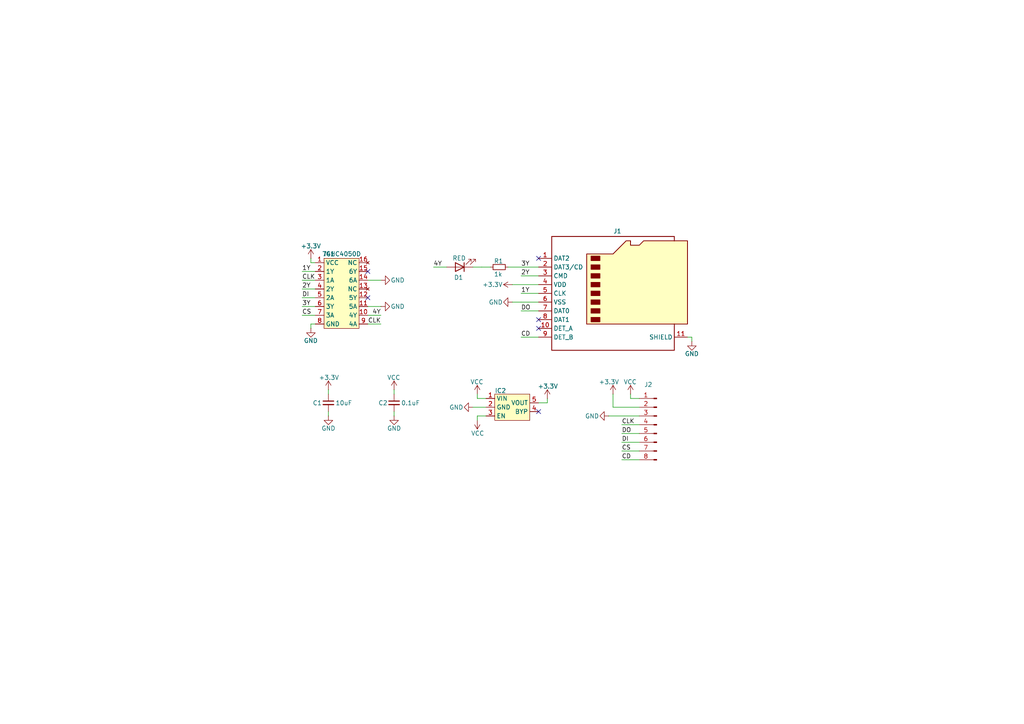
<source format=kicad_sch>
(kicad_sch (version 20231120) (generator "eeschema") (generator_version "8.0")
  (paper "A4")
  (title_block (title "microSD") (date "2024-03-06"))
  (lib_symbols
    (symbol "Connector:Conn_01x08_Pin" (pin_names (offset 1.016) hide)
      (property "Reference" "J" (at 0 10.16 0))
      (property "Value" "Conn_01x08_Pin" (at 0 -12.7 0))
      (symbol "Conn_01x08_Pin_1_1"
        (polyline (pts (xy 1.27 -10.16) (xy 0.8636 -10.16)) (stroke (width 0.1524)))
        (polyline (pts (xy 1.27 -7.62) (xy 0.8636 -7.62)) (stroke (width 0.1524)))
        (polyline (pts (xy 1.27 -5.08) (xy 0.8636 -5.08)) (stroke (width 0.1524)))
        (polyline (pts (xy 1.27 -2.54) (xy 0.8636 -2.54)) (stroke (width 0.1524)))
        (polyline (pts (xy 1.27 0) (xy 0.8636 0)) (stroke (width 0.1524)))
        (polyline (pts (xy 1.27 2.54) (xy 0.8636 2.54)) (stroke (width 0.1524)))
        (polyline (pts (xy 1.27 5.08) (xy 0.8636 5.08)) (stroke (width 0.1524)))
        (polyline (pts (xy 1.27 7.62) (xy 0.8636 7.62)) (stroke (width 0.1524)))
        (rectangle (start 0.8636 -10.033) (end 0 -10.287) (stroke (width 0.1524)) (fill (type outline)))
        (rectangle (start 0.8636 -7.493) (end 0 -7.747) (stroke (width 0.1524)) (fill (type outline)))
        (rectangle (start 0.8636 -4.953) (end 0 -5.207) (stroke (width 0.1524)) (fill (type outline)))
        (rectangle (start 0.8636 -2.413) (end 0 -2.667) (stroke (width 0.1524)) (fill (type outline)))
        (rectangle (start 0.8636 0.127) (end 0 -0.127) (stroke (width 0.1524)) (fill (type outline)))
        (rectangle (start 0.8636 2.667) (end 0 2.413) (stroke (width 0.1524)) (fill (type outline)))
        (rectangle (start 0.8636 5.207) (end 0 4.953) (stroke (width 0.1524)) (fill (type outline)))
        (rectangle (start 0.8636 7.747) (end 0 7.493) (stroke (width 0.1524)) (fill (type outline)))
        (pin passive line (at 5.08 7.62 180) (length 3.81) (name "Pin_1") (number "1"))
        (pin passive line (at 5.08 5.08 180) (length 3.81) (name "Pin_2") (number "2"))
        (pin passive line (at 5.08 2.54 180) (length 3.81) (name "Pin_3") (number "3"))
        (pin passive line (at 5.08 0 180) (length 3.81) (name "Pin_4") (number "4"))
        (pin passive line (at 5.08 -2.54 180) (length 3.81) (name "Pin_5") (number "5"))
        (pin passive line (at 5.08 -5.08 180) (length 3.81) (name "Pin_6") (number "6"))
        (pin passive line (at 5.08 -7.62 180) (length 3.81) (name "Pin_7") (number "7"))
        (pin passive line (at 5.08 -10.16 180) (length 3.81) (name "Pin_8") (number "8"))
      )
    )
    (symbol "Connector:Micro_SD_Card_Det2"
      (property "Reference" "J" (at -16.51 17.78 0))
      (property "Value" "Micro_SD_Card_Det2" (at 16.51 17.78 0))
      (symbol "Micro_SD_Card_Det2_0_1"
        (rectangle (start -7.62 -6.985) (end -5.08 -8.255) (stroke (width 0.254)) (fill (type outline)))
        (rectangle (start -7.62 -4.445) (end -5.08 -5.715) (stroke (width 0.254)) (fill (type outline)))
        (rectangle (start -7.62 -1.905) (end -5.08 -3.175) (stroke (width 0.254)) (fill (type outline)))
        (rectangle (start -7.62 0.635) (end -5.08 -0.635) (stroke (width 0.254)) (fill (type outline)))
        (rectangle (start -7.62 3.175) (end -5.08 1.905) (stroke (width 0.254)) (fill (type outline)))
        (rectangle (start -7.62 5.715) (end -5.08 4.445) (stroke (width 0.254)) (fill (type outline)))
        (rectangle (start -7.62 8.255) (end -5.08 6.985) (stroke (width 0.254)) (fill (type outline)))
        (rectangle (start -7.62 10.795) (end -5.08 9.525) (stroke (width 0.254)) (fill (type outline)))
        (polyline (pts (xy 16.51 15.24) (xy 16.51 16.51) (xy -19.05 16.51) (xy -19.05 -16.51) (xy 16.51 -16.51) (xy 16.51 -8.89)) (stroke (width 0.254)))
        (polyline (pts (xy -8.89 -8.89) (xy -8.89 11.43) (xy -1.27 11.43) (xy 2.54 15.24) (xy 3.81 15.24) (xy 3.81 13.97) (xy 6.35 13.97) (xy 7.62 15.24) (xy 20.32 15.24) (xy 20.32 -8.89) (xy -8.89 -8.89)) (stroke (width 0.254)) (fill (type background)))
      )
      (symbol "Micro_SD_Card_Det2_1_1"
        (pin bidirectional line (at -22.86 10.16 0) (length 3.81) (name "DAT2") (number "1"))
        (pin passive line (at -22.86 -10.16 0) (length 3.81) (name "DET_A") (number "10"))
        (pin passive line (at 20.32 -12.7 180) (length 3.81) (name "SHIELD") (number "11"))
        (pin bidirectional line (at -22.86 7.62 0) (length 3.81) (name "DAT3/CD") (number "2"))
        (pin input line (at -22.86 5.08 0) (length 3.81) (name "CMD") (number "3"))
        (pin power_in line (at -22.86 2.54 0) (length 3.81) (name "VDD") (number "4"))
        (pin input line (at -22.86 0 0) (length 3.81) (name "CLK") (number "5"))
        (pin power_in line (at -22.86 -2.54 0) (length 3.81) (name "VSS") (number "6"))
        (pin bidirectional line (at -22.86 -5.08 0) (length 3.81) (name "DAT0") (number "7"))
        (pin bidirectional line (at -22.86 -7.62 0) (length 3.81) (name "DAT1") (number "8"))
        (pin passive line (at -22.86 -12.7 0) (length 3.81) (name "DET_B") (number "9"))
      )
    )
    (symbol "Device:C_Small" (pin_numbers hide) (pin_names (offset 0.254) hide)
      (property "Reference" "C" (at 0.254 1.778 0))
      (property "Value" "C_Small" (at 0.254 -2.032 0))
      (symbol "C_Small_0_1"
        (polyline (pts (xy -1.524 -0.508) (xy 1.524 -0.508)) (stroke (width 0.3302)))
        (polyline (pts (xy -1.524 0.508) (xy 1.524 0.508)) (stroke (width 0.3048)))
      )
      (symbol "C_Small_1_1"
        (pin passive line (at 0 2.54 270) (length 2.032) (name "~") (number "1"))
        (pin passive line (at 0 -2.54 90) (length 2.032) (name "~") (number "2"))
      )
    )
    (symbol "Device:LED" (pin_numbers hide) (pin_names (offset 1.016) hide)
      (property "Reference" "D" (at 0 2.54 0))
      (property "Value" "LED" (at 0 -2.54 0))
      (symbol "LED_0_1"
        (polyline (pts (xy -1.27 -1.27) (xy -1.27 1.27)) (stroke (width 0.254)))
        (polyline (pts (xy -1.27 0) (xy 1.27 0)))
        (polyline (pts (xy 1.27 -1.27) (xy 1.27 1.27) (xy -1.27 0) (xy 1.27 -1.27)) (stroke (width 0.254)))
        (polyline (pts (xy -3.048 -0.762) (xy -4.572 -2.286) (xy -3.81 -2.286) (xy -4.572 -2.286) (xy -4.572 -1.524)))
        (polyline (pts (xy -1.778 -0.762) (xy -3.302 -2.286) (xy -2.54 -2.286) (xy -3.302 -2.286) (xy -3.302 -1.524)))
      )
      (symbol "LED_1_1"
        (pin passive line (at -3.81 0 0) (length 2.54) (name "K") (number "1"))
        (pin passive line (at 3.81 0 180) (length 2.54) (name "A") (number "2"))
      )
    )
    (symbol "Device:R_Small" (pin_numbers hide) (pin_names (offset 0.254) hide)
      (property "Reference" "R" (at 0.762 0.508 0))
      (property "Value" "R_Small" (at 0.762 -1.016 0))
      (symbol "R_Small_0_1"
        (rectangle (start -0.762 1.778) (end 0.762 -1.778) (stroke (width 0.2032)))
      )
      (symbol "R_Small_1_1"
        (pin passive line (at 0 2.54 270) (length 0.762) (name "~") (number "1"))
        (pin passive line (at 0 -2.54 90) (length 0.762) (name "~") (number "2"))
      )
    )
    (symbol "external_library:74HC4050D"
      (property "Reference" "IC" (at -17.272 35.052 0))
      (symbol "74HC4050D_1_1"
        (rectangle (start 0 20.32) (end 10.16 0) (fill (type background)))
        (pin power_in line (at -2.54 19.05 0) (length 2.54) (name "VCC") (number "1"))
        (pin output line (at 12.7 3.81 180) (length 2.54) (name "4Y") (number "10"))
        (pin input line (at 12.7 6.35 180) (length 2.54) (name "5A") (number "11"))
        (pin output line (at 12.7 8.89 180) (length 2.54) (name "5Y") (number "12"))
        (pin no_connect line (at 12.7 11.43 180) (length 2.54) (name "NC") (number "13"))
        (pin input line (at 12.7 13.97 180) (length 2.54) (name "6A") (number "14"))
        (pin output line (at 12.7 16.51 180) (length 2.54) (name "6Y") (number "15"))
        (pin no_connect line (at 12.7 19.05 180) (length 2.54) (name "NC") (number "16"))
        (pin output line (at -2.54 16.51 0) (length 2.54) (name "1Y") (number "2"))
        (pin input line (at -2.54 13.97 0) (length 2.54) (name "1A") (number "3"))
        (pin output line (at -2.54 11.43 0) (length 2.54) (name "2Y") (number "4"))
        (pin input line (at -2.54 8.89 0) (length 2.54) (name "2A") (number "5"))
        (pin output line (at -2.54 6.35 0) (length 2.54) (name "3Y") (number "6"))
        (pin input line (at -2.54 3.81 0) (length 2.54) (name "3A") (number "7"))
        (pin passive line (at -2.54 1.27 0) (length 2.54) (name "GND") (number "8"))
        (pin input line (at 12.7 1.27 180) (length 2.54) (name "4A") (number "9"))
      )
    )
    (symbol "external_library:LP2985A"
      (property "Reference" "IC" (at 1.016 8.89 0))
      (symbol "LP2985A_1_0"
        (pin passive line (at -2.54 6.35 0) (length 2.54) (name "VIN") (number "1"))
        (pin passive line (at -2.54 3.81 0) (length 2.54) (name "GND") (number "2"))
        (pin passive line (at -2.54 1.27 0) (length 2.54) (name "EN") (number "3"))
        (pin passive line (at 12.7 2.54 180) (length 2.54) (name "BYP") (number "4"))
        (pin passive line (at 12.7 5.08 180) (length 2.54) (name "VOUT") (number "5"))
      )
      (symbol "LP2985A_1_1"
        (rectangle (start 0 7.62) (end 10.16 0) (fill (type background)))
      )
    )
    (symbol "power:+3.3V" (power) (pin_numbers hide) (pin_names (offset 0) hide)
      (property "Value" "+3.3V" (at 0 3.556 0))
      (symbol "+3.3V_0_1"
        (polyline (pts (xy -0.762 1.27) (xy 0 2.54)))
        (polyline (pts (xy 0 0) (xy 0 2.54)))
        (polyline (pts (xy 0 2.54) (xy 0.762 1.27)))
      )
      (symbol "+3.3V_1_1"
        (pin power_in line (at 0 0 90) (length 0) (name "~") (number "1"))
      )
    )
    (symbol "power:GND" (power) (pin_numbers hide) (pin_names (offset 0) hide)
      (property "Value" "GND" (at 0 -3.81 0))
      (symbol "GND_0_1"
        (polyline (pts (xy 0 0) (xy 0 -1.27) (xy 1.27 -1.27) (xy 0 -2.54) (xy -1.27 -1.27) (xy 0 -1.27)))
      )
      (symbol "GND_1_1"
        (pin power_in line (at 0 0 270) (length 0) (name "~") (number "1"))
      )
    )
    (symbol "power:VCC" (power) (pin_numbers hide) (pin_names (offset 0) hide)
      (property "Value" "VCC" (at 0 3.556 0))
      (symbol "VCC_0_1"
        (polyline (pts (xy -0.762 1.27) (xy 0 2.54)))
        (polyline (pts (xy 0 0) (xy 0 2.54)))
        (polyline (pts (xy 0 2.54) (xy 0.762 1.27)))
      )
      (symbol "VCC_1_1"
        (pin power_in line (at 0 0 90) (length 0) (name "~") (number "1"))
      )
    )
  )
  (no_connect (at 156.21 95.25))
  (no_connect (at 106.68 78.74))
  (no_connect (at 156.21 119.38))
  (no_connect (at 106.68 86.36))
  (no_connect (at 156.21 74.93))
  (no_connect (at 156.21 92.71))
  (wire (pts (xy 106.68 93.98) (xy 110.49 93.98)))
  (wire (pts (xy 147.32 77.47) (xy 156.21 77.47)))
  (wire (pts (xy 156.21 87.63) (xy 151.13 87.63)) (stroke (width 0.1524)))
  (wire (pts (xy 177.8 118.11) (xy 177.8 114.3)))
  (wire (pts (xy 125.73 77.47) (xy 129.54 77.47)) (stroke (width 0.1524)))
  (wire (pts (xy 90.17 93.98) (xy 90.17 95.25)))
  (wire (pts (xy 138.43 115.57) (xy 140.97 115.57)) (stroke (width 0.1524)))
  (wire (pts (xy 151.13 85.09) (xy 156.21 85.09)))
  (wire (pts (xy 182.88 114.3) (xy 182.88 115.57)))
  (wire (pts (xy 114.3 119.38) (xy 114.3 120.65)))
  (wire (pts (xy 87.63 88.9) (xy 91.44 88.9)))
  (wire (pts (xy 106.68 91.44) (xy 110.49 91.44)))
  (wire (pts (xy 87.63 91.44) (xy 91.44 91.44)))
  (wire (pts (xy 180.34 130.81) (xy 185.42 130.81)))
  (wire (pts (xy 87.63 83.82) (xy 91.44 83.82)))
  (wire (pts (xy 180.34 128.27) (xy 185.42 128.27)))
  (wire (pts (xy 138.43 121.92) (xy 138.43 120.65)))
  (wire (pts (xy 177.8 118.11) (xy 185.42 118.11)))
  (wire (pts (xy 180.34 133.35) (xy 185.42 133.35)))
  (wire (pts (xy 158.75 115.57) (xy 158.75 116.84)))
  (wire (pts (xy 151.13 97.79) (xy 156.21 97.79)))
  (wire (pts (xy 138.43 114.3) (xy 138.43 115.57)) (stroke (width 0.1524)))
  (wire (pts (xy 106.68 81.28) (xy 110.49 81.28)))
  (wire (pts (xy 182.88 115.57) (xy 185.42 115.57)))
  (wire (pts (xy 199.39 97.79) (xy 200.66 97.79)))
  (wire (pts (xy 95.25 119.38) (xy 95.25 120.65)))
  (wire (pts (xy 151.13 80.01) (xy 156.21 80.01)))
  (wire (pts (xy 87.63 81.28) (xy 91.44 81.28)))
  (wire (pts (xy 137.16 77.47) (xy 139.7 77.47)) (stroke (width 0.1524)))
  (wire (pts (xy 148.59 87.63) (xy 151.13 87.63)))
  (wire (pts (xy 87.63 86.36) (xy 91.44 86.36)))
  (wire (pts (xy 87.63 78.74) (xy 91.44 78.74)))
  (wire (pts (xy 90.17 76.2) (xy 91.44 76.2)))
  (wire (pts (xy 114.3 113.03) (xy 114.3 114.3)))
  (wire (pts (xy 200.66 97.79) (xy 200.66 99.06)))
  (wire (pts (xy 91.44 93.98) (xy 90.17 93.98)))
  (wire (pts (xy 180.34 125.73) (xy 185.42 125.73)) (stroke (width 0.1524)))
  (wire (pts (xy 139.7 77.47) (xy 142.24 77.47)))
  (wire (pts (xy 90.17 74.93) (xy 90.17 76.2)))
  (wire (pts (xy 151.13 90.17) (xy 156.21 90.17)) (stroke (width 0.1524)))
  (wire (pts (xy 106.68 88.9) (xy 110.49 88.9)))
  (wire (pts (xy 138.43 120.65) (xy 140.97 120.65)))
  (wire (pts (xy 148.59 82.55) (xy 156.21 82.55)) (stroke (width 0.1524)))
  (wire (pts (xy 95.25 113.03) (xy 95.25 114.3)))
  (wire (pts (xy 137.16 118.11) (xy 140.97 118.11)))
  (wire (pts (xy 176.53 120.65) (xy 185.42 120.65)))
  (wire (pts (xy 180.34 123.19) (xy 185.42 123.19)))
  (wire (pts (xy 158.75 116.84) (xy 156.21 116.84)))
  (label "CLK" (at 180.34 123.19 0) (effects (font (size 1.2446 1.2446))))
  (label "2Y" (at 151.13 80.01 0))
  (label "CS" (at 87.63 91.44 0))
  (label "CD" (at 151.13 97.79 0) (effects (font (size 1.2446 1.2446))))
  (label "CS" (at 180.34 130.81 0) (effects (font (size 1.2446 1.2446))))
  (label "CD" (at 180.34 133.35 0) (effects (font (size 1.2446 1.2446))))
  (label "3Y" (at 151.13 77.47 0))
  (label "DO" (at 180.34 125.73 0) (effects (font (size 1.2446 1.2446))))
  (label "1Y" (at 87.63 78.74 0))
  (label "DI" (at 87.63 86.36 0))
  (label "CLK" (at 87.63 81.28 0))
  (label "DI" (at 180.34 128.27 0) (effects (font (size 1.2446 1.2446))))
  (label "3Y" (at 87.63 88.9 0))
  (label "2Y" (at 87.63 83.82 0))
  (label "4Y" (at 125.73 77.47 0))
  (label "CLK" (at 110.49 93.98 180))
  (label "4Y" (at 110.49 91.44 180))
  (label "1Y" (at 151.13 85.09 0))
  (label "DO" (at 151.13 90.17 0) (effects (font (size 1.2446 1.2446))))
  (symbol (lib_id "power:VCC") (at 114.3 113.03 0) (unit 1)
    (property "Reference" "#P+01" (effects (hide yes)))
    (property "Value" "VCC" (at 112.268 110.236 0) (effects (justify left bottom)))
    (property "Description" "Power symbol creates a global label with name \"VCC\"" (effects (hide yes)))
  )
  (symbol (lib_id "power:GND") (at 95.25 120.65 0) (unit 1)
    (property "Reference" "#SUPPLY01" (effects (hide yes)))
    (property "Value" "GND" (at 93.218 124.968 0) (effects (justify left bottom)))
    (property "Description" "Power symbol creates a global label with name \"GND\" , ground" (effects (hide yes)))
  )
  (symbol (lib_id "power:+3.3V") (at 148.59 82.55 90) (unit 1)
    (property "Reference" "#PWR05" (effects (hide yes)))
    (property "Value" "+3.3V" (at 145.796 82.55 90) (effects (justify left)))
    (property "Description" "Power symbol creates a global label with name \"+3.3V\"" (effects (hide yes)))
  )
  (symbol (lib_id "power:VCC") (at 138.43 121.92 180) (unit 1)
    (property "Reference" "#P+03" (effects (hide yes)))
    (property "Value" "VCC" (at 140.462 124.968 0) (effects (justify left bottom)))
    (property "Description" "Power symbol creates a global label with name \"VCC\"" (effects (hide yes)))
  )
  (symbol (lib_id "power:GND") (at 148.59 87.63 270) (unit 1)
    (property "Reference" "#SUPPLY04" (effects (hide yes)))
    (property "Value" "GND" (at 141.732 88.392 90) (effects (justify left bottom)))
    (property "Description" "Power symbol creates a global label with name \"GND\" , ground" (effects (hide yes)))
  )
  (symbol (lib_id "power:+3.3V") (at 90.17 74.93 0) (unit 1)
    (property "Reference" "#PWR01" (effects (hide yes)))
    (property "Value" "+3.3V" (at 90.17 71.374 0))
    (property "Description" "Power symbol creates a global label with name \"+3.3V\"" (effects (hide yes)))
  )
  (symbol (lib_id "Connector:Conn_01x08_Pin") (at 190.5 123.19 0) (mirror y) (unit 1)
    (property "Reference" "J2" (at 189.23 112.268 0) (effects (justify left bottom)))
    (property "Footprint" "Connector_PinHeader_2.54mm:PinHeader_1x08_P2.54mm_Vertical" (effects (hide yes)))
    (property "Description" "CONN HEADER VERT 8POS 2.54MM" (effects (hide yes)))
    (property "Manufacturer" "Samtec Inc." (effects (hide yes)))
    (property "MPN" "TSW-108-23-G-S" (effects (hide yes)))
    (property "Supplier" "DigiKey" (effects (hide yes)))
    (property "SPN" "612-TSW-108-23-G-S-ND" (effects (hide yes)))
    (property "Component package type" "/" (effects (hide yes)))
  )
  (symbol (lib_id "power:GND") (at 137.16 118.11 270) (unit 1)
    (property "Reference" "#SUPPLY03" (effects (hide yes)))
    (property "Value" "GND" (at 130.302 118.872 90) (effects (justify left bottom)))
    (property "Description" "Power symbol creates a global label with name \"GND\" , ground" (effects (hide yes)))
  )
  (symbol (lib_id "power:GND") (at 200.66 99.06 0) (unit 1)
    (property "Reference" "#PWR06" (effects (hide yes)))
    (property "Value" "GND" (at 200.66 102.616 0))
    (property "Description" "Power symbol creates a global label with name \"GND\" , ground" (effects (hide yes)))
  )
  (symbol (lib_id "power:+3.3V") (at 158.75 115.57 0) (unit 1)
    (property "Reference" "#+3V02" (effects (hide yes)))
    (property "Value" "+3.3V" (at 155.956 112.776 0) (effects (justify left bottom)))
    (property "Description" "Power symbol creates a global label with name \"+3.3V\"" (effects (hide yes)))
  )
  (symbol (lib_id "Device:LED") (at 133.35 77.47 180) (unit 1)
    (property "Reference" "D1" (at 134.366 79.756 0) (effects (justify left bottom)))
    (property "Value" "RED" (at 135.128 74.168 0) (effects (justify left bottom)))
    (property "Footprint" "LED_SMD:LED_0805_2012Metric" (effects (hide yes)))
    (property "Description" "LED RED CLEAR 0805 SMD" (effects (hide yes)))
    (property "Manufacturer" "Würth Elektronik" (effects (hide yes)))
    (property "MPN" "150080SS75000" (effects (hide yes)))
    (property "Supplier" "DigiKey" (effects (hide yes)))
    (property "SPN" "732-4985-1-ND" (effects (hide yes)))
    (property "Component package type" "0805" (effects (hide yes)))
  )
  (symbol (lib_id "Device:C_Small") (at 95.25 116.84 0) (unit 1)
    (property "Reference" "C1" (at 90.678 117.602 0) (effects (justify left bottom)))
    (property "Value" "10uF" (at 97.282 117.602 0) (effects (justify left bottom)))
    (property "Footprint" "Capacitor_SMD:C_0805_2012Metric" (effects (hide yes)))
    (property "Description" "10 µF ±10% 10V Ceramic Capacitor X7R 0805 (2012 Metric)" (effects (hide yes)))
    (property "Manufacturer" "/" (effects (hide yes)))
    (property "MPN" "/" (effects (hide yes)))
    (property "Supplier" "Eurocircuits" (effects (hide yes)))
    (property "SPN" "GPC0805106" (effects (hide yes)))
    (property "Component package type" "0805" (effects (hide yes)))
  )
  (symbol (lib_id "power:GND") (at 110.49 88.9 90) (unit 1)
    (property "Reference" "#PWR04" (effects (hide yes)))
    (property "Value" "GND" (at 113.284 88.9 90) (effects (justify right)))
    (property "Description" "Power symbol creates a global label with name \"GND\" , ground" (effects (hide yes)))
  )
  (symbol (lib_id "power:VCC") (at 138.43 114.3 0) (unit 1)
    (property "Reference" "#P+02" (effects (hide yes)))
    (property "Value" "VCC" (at 136.398 111.506 0) (effects (justify left bottom)))
    (property "Description" "Power symbol creates a global label with name \"VCC\"" (effects (hide yes)))
  )
  (symbol (lib_id "power:+3.3V") (at 177.8 114.3 0) (mirror y) (unit 1)
    (property "Reference" "#+3V03" (effects (hide yes)))
    (property "Value" "+3.3V" (at 179.578 111.506 0) (effects (justify left bottom)))
    (property "Description" "Power symbol creates a global label with name \"+3.3V\"" (effects (hide yes)))
  )
  (symbol (lib_id "power:+3.3V") (at 95.25 113.03 0) (unit 1)
    (property "Reference" "#+3V01" (effects (hide yes)))
    (property "Value" "+3.3V" (at 92.456 110.236 0) (effects (justify left bottom)))
    (property "Description" "Power symbol creates a global label with name \"+3.3V\"" (effects (hide yes)))
  )
  (symbol (lib_id "power:GND") (at 176.53 120.65 270) (unit 1)
    (property "Reference" "#SUPPLY05" (effects (hide yes)))
    (property "Value" "GND" (at 169.672 121.412 90) (effects (justify left bottom)))
    (property "Description" "Power symbol creates a global label with name \"GND\" , ground" (effects (hide yes)))
  )
  (symbol (lib_id "Device:C_Small") (at 114.3 116.84 0) (unit 1)
    (property "Reference" "C2" (at 109.728 117.602 0) (effects (justify left bottom)))
    (property "Value" "0.1uF" (at 116.332 117.602 0) (effects (justify left bottom)))
    (property "Footprint" "Capacitor_SMD:C_0805_2012Metric" (effects (hide yes)))
    (property "Description" "0.1 µF ±10% 100V Ceramic Capacitor X7R 0805 (2012 Metric)" (effects (hide yes)))
    (property "Manufacturer" "/" (effects (hide yes)))
    (property "MPN" "/" (effects (hide yes)))
    (property "Supplier" "Eurocircuits" (effects (hide yes)))
    (property "SPN" "GPC0805104-100" (effects (hide yes)))
    (property "Component package type" "0805" (effects (hide yes)))
  )
  (symbol (lib_id "Connector:Micro_SD_Card_Det2") (at 179.07 85.09 0) (unit 1)
    (property "Reference" "J1" (at 179.07 67.056 0))
    (property "Footprint" "external_footprints:GCT_MEM2061-01-188-00-A_REVA" (effects (hide yes)))
    (property "Datasheet" "https://www.hirose.com/en/product/document?clcode=&productname=&series=DM3&documenttype=Catalog&lang=en&documentid=D49662_en" (effects (hide yes)))
    (property "Description" "MICRO SD PUSH PUSH, CLOSED, SMT," (effects (hide yes)))
    (property "Manufacturer" "GCT" (effects (hide yes)))
    (property "MPN" "MEM2061-01-188-00-A" (effects (hide yes)))
    (property "Supplier" "DigiKey" (effects (hide yes)))
    (property "SPN" "2073-MEM2061-01-188-00-ACT-ND" (effects (hide yes)))
    (property "Component package type" "/" (effects (hide yes)))
  )
  (symbol (lib_id "power:GND") (at 90.17 95.25 0) (unit 1)
    (property "Reference" "#PWR02" (effects (hide yes)))
    (property "Value" "GND" (at 92.202 98.806 0) (effects (justify right)))
    (property "Description" "Power symbol creates a global label with name \"GND\" , ground" (effects (hide yes)))
  )
  (symbol (lib_id "power:GND") (at 114.3 120.65 0) (unit 1)
    (property "Reference" "#SUPPLY02" (effects (hide yes)))
    (property "Value" "GND" (at 112.268 124.968 0) (effects (justify left bottom)))
    (property "Description" "Power symbol creates a global label with name \"GND\" , ground" (effects (hide yes)))
  )
  (symbol (lib_id "external_library:LP2985A") (at 143.51 121.92 0) (unit 1)
    (property "Reference" "IC2" (at 143.51 114.046 0) (effects (justify left bottom)))
    (property "Value" "LP2985A" (effects (hide yes)))
    (property "Footprint" "Package_TO_SOT_SMD:SOT-23-5" (effects (hide yes)))
    (property "Description" "IC REG LINEAR 3.3V 150MA SOT23-5" (effects (hide yes)))
    (property "Manufacturer" "Texas Instruments" (effects (hide yes)))
    (property "MPN" "LP2985A-33DBVR" (effects (hide yes)))
    (property "Supplier" "DigiKey" (effects (hide yes)))
    (property "SPN" "296-18479-1-ND" (effects (hide yes)))
    (property "Component package type" "SOT-23-5" (effects (hide yes)))
  )
  (symbol (lib_id "external_library:74HC4050D") (at 93.98 95.25 0) (unit 1)
    (property "Reference" "IC1" (at 95.504 73.66 0))
    (property "Value" "74HC4050D" (at 99.06 73.66 0))
    (property "Footprint" "Package_SO:SOIC-16_3.9x9.9mm_P1.27mm" (effects (hide yes)))
    (property "Description" "IC BUFFER NON-INVERT 6V 16SOIC" (effects (hide yes)))
    (property "Manufacturer" "Toshiba Semiconductor and Storage" (effects (hide yes)))
    (property "MPN" "74HC4050D" (effects (hide yes)))
    (property "Supplier" "DigiKey" (effects (hide yes)))
    (property "SPN" "74HC4050DCT-ND" (effects (hide yes)))
    (property "Component package type" "16-SOIC" (effects (hide yes)))
  )
  (symbol (lib_id "Device:R_Small") (at 144.78 77.47 270) (unit 1)
    (property "Reference" "R1" (at 143.256 76.454 90) (effects (justify left bottom)))
    (property "Value" "1k" (at 143.256 80.264 90) (effects (justify left bottom)))
    (property "Footprint" "Resistor_SMD:R_0805_2012Metric" (effects (hide yes)))
    (property "Description" "SMD Chip Resistor, 1 kohm, ± 1%, 125 mW, 0805 [2012 Metric], Thick Film, General Purpose" (effects (hide yes)))
    (property "Manufacturer" "/" (effects (hide yes)))
    (property "MPN" "/" (effects (hide yes)))
    (property "Supplier" "Eurocircuits" (effects (hide yes)))
    (property "SPN" "GPR08051K" (effects (hide yes)))
    (property "Component package type" "/" (effects (hide yes)))
  )
  (symbol (lib_id "power:VCC") (at 182.88 114.3 0) (unit 1)
    (property "Reference" "#P+04" (effects (hide yes)))
    (property "Value" "VCC" (at 180.848 111.506 0) (effects (justify left bottom)))
    (property "Description" "Power symbol creates a global label with name \"VCC\"" (effects (hide yes)))
  )
  (symbol (lib_id "power:GND") (at 110.49 81.28 90) (unit 1)
    (property "Reference" "#PWR03" (effects (hide yes)))
    (property "Value" "GND" (at 113.284 81.28 90) (effects (justify right)))
    (property "Description" "Power symbol creates a global label with name \"GND\" , ground" (effects (hide yes)))
  )
)
</source>
